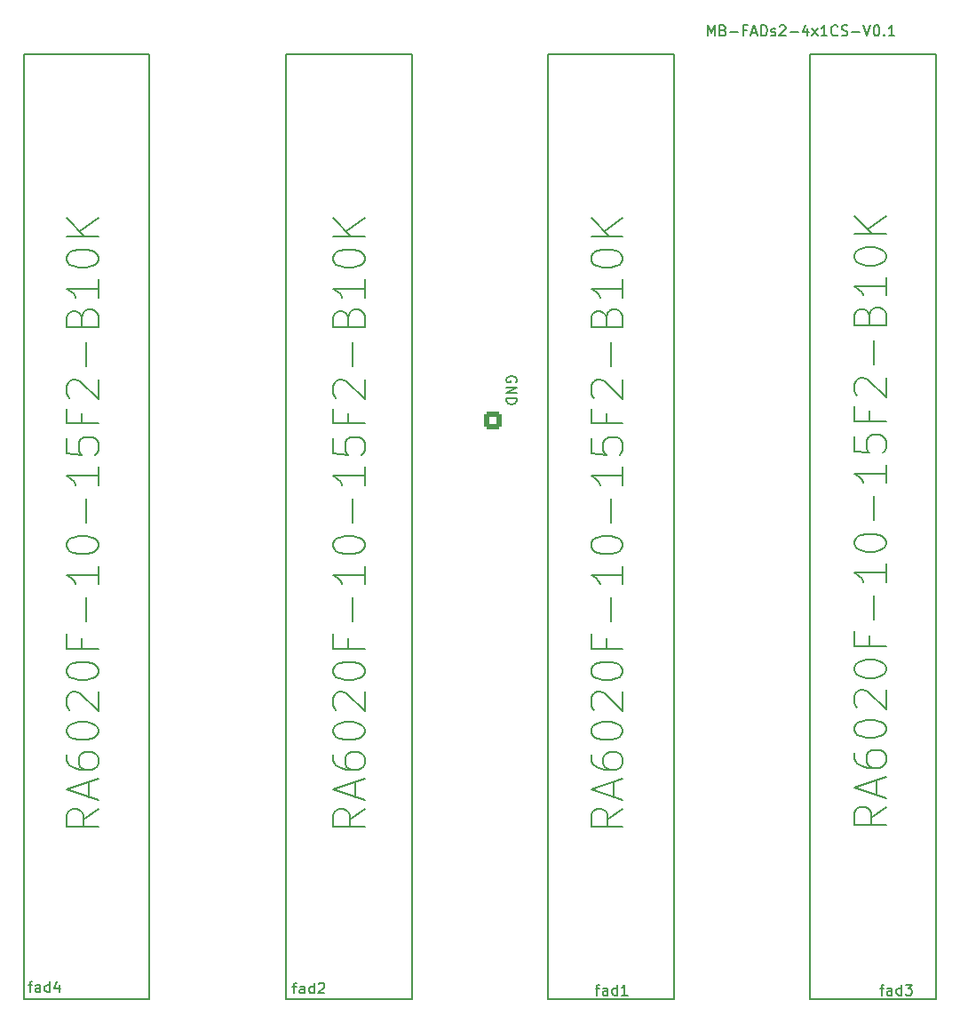
<source format=gto>
G04 #@! TF.GenerationSoftware,KiCad,Pcbnew,(7.0.0)*
G04 #@! TF.CreationDate,2023-05-18T23:50:50+02:00*
G04 #@! TF.ProjectId,Fad_2,4661645f-322e-46b6-9963-61645f706362,rev?*
G04 #@! TF.SameCoordinates,Original*
G04 #@! TF.FileFunction,Legend,Top*
G04 #@! TF.FilePolarity,Positive*
%FSLAX46Y46*%
G04 Gerber Fmt 4.6, Leading zero omitted, Abs format (unit mm)*
G04 Created by KiCad (PCBNEW (7.0.0)) date 2023-05-18 23:50:50*
%MOMM*%
%LPD*%
G01*
G04 APERTURE LIST*
G04 Aperture macros list*
%AMRoundRect*
0 Rectangle with rounded corners*
0 $1 Rounding radius*
0 $2 $3 $4 $5 $6 $7 $8 $9 X,Y pos of 4 corners*
0 Add a 4 corners polygon primitive as box body*
4,1,4,$2,$3,$4,$5,$6,$7,$8,$9,$2,$3,0*
0 Add four circle primitives for the rounded corners*
1,1,$1+$1,$2,$3*
1,1,$1+$1,$4,$5*
1,1,$1+$1,$6,$7*
1,1,$1+$1,$8,$9*
0 Add four rect primitives between the rounded corners*
20,1,$1+$1,$2,$3,$4,$5,0*
20,1,$1+$1,$4,$5,$6,$7,0*
20,1,$1+$1,$6,$7,$8,$9,0*
20,1,$1+$1,$8,$9,$2,$3,0*%
G04 Aperture macros list end*
%ADD10C,0.150000*%
%ADD11C,4.000000*%
%ADD12C,3.200000*%
%ADD13RoundRect,0.250000X0.600000X0.600000X-0.600000X0.600000X-0.600000X-0.600000X0.600000X-0.600000X0*%
%ADD14C,1.700000*%
G04 APERTURE END LIST*
D10*
X128470000Y-86261904D02*
X128517619Y-86166666D01*
X128517619Y-86166666D02*
X128517619Y-86023809D01*
X128517619Y-86023809D02*
X128470000Y-85880952D01*
X128470000Y-85880952D02*
X128374761Y-85785714D01*
X128374761Y-85785714D02*
X128279523Y-85738095D01*
X128279523Y-85738095D02*
X128089047Y-85690476D01*
X128089047Y-85690476D02*
X127946190Y-85690476D01*
X127946190Y-85690476D02*
X127755714Y-85738095D01*
X127755714Y-85738095D02*
X127660476Y-85785714D01*
X127660476Y-85785714D02*
X127565238Y-85880952D01*
X127565238Y-85880952D02*
X127517619Y-86023809D01*
X127517619Y-86023809D02*
X127517619Y-86119047D01*
X127517619Y-86119047D02*
X127565238Y-86261904D01*
X127565238Y-86261904D02*
X127612857Y-86309523D01*
X127612857Y-86309523D02*
X127946190Y-86309523D01*
X127946190Y-86309523D02*
X127946190Y-86119047D01*
X127517619Y-86738095D02*
X128517619Y-86738095D01*
X128517619Y-86738095D02*
X127517619Y-87309523D01*
X127517619Y-87309523D02*
X128517619Y-87309523D01*
X127517619Y-87785714D02*
X128517619Y-87785714D01*
X128517619Y-87785714D02*
X128517619Y-88023809D01*
X128517619Y-88023809D02*
X128470000Y-88166666D01*
X128470000Y-88166666D02*
X128374761Y-88261904D01*
X128374761Y-88261904D02*
X128279523Y-88309523D01*
X128279523Y-88309523D02*
X128089047Y-88357142D01*
X128089047Y-88357142D02*
X127946190Y-88357142D01*
X127946190Y-88357142D02*
X127755714Y-88309523D01*
X127755714Y-88309523D02*
X127660476Y-88261904D01*
X127660476Y-88261904D02*
X127565238Y-88166666D01*
X127565238Y-88166666D02*
X127517619Y-88023809D01*
X127517619Y-88023809D02*
X127517619Y-87785714D01*
X146719048Y-53267380D02*
X146719048Y-52267380D01*
X146719048Y-52267380D02*
X147052381Y-52981666D01*
X147052381Y-52981666D02*
X147385714Y-52267380D01*
X147385714Y-52267380D02*
X147385714Y-53267380D01*
X148195238Y-52743571D02*
X148338095Y-52791190D01*
X148338095Y-52791190D02*
X148385714Y-52838809D01*
X148385714Y-52838809D02*
X148433333Y-52934047D01*
X148433333Y-52934047D02*
X148433333Y-53076904D01*
X148433333Y-53076904D02*
X148385714Y-53172142D01*
X148385714Y-53172142D02*
X148338095Y-53219761D01*
X148338095Y-53219761D02*
X148242857Y-53267380D01*
X148242857Y-53267380D02*
X147861905Y-53267380D01*
X147861905Y-53267380D02*
X147861905Y-52267380D01*
X147861905Y-52267380D02*
X148195238Y-52267380D01*
X148195238Y-52267380D02*
X148290476Y-52315000D01*
X148290476Y-52315000D02*
X148338095Y-52362619D01*
X148338095Y-52362619D02*
X148385714Y-52457857D01*
X148385714Y-52457857D02*
X148385714Y-52553095D01*
X148385714Y-52553095D02*
X148338095Y-52648333D01*
X148338095Y-52648333D02*
X148290476Y-52695952D01*
X148290476Y-52695952D02*
X148195238Y-52743571D01*
X148195238Y-52743571D02*
X147861905Y-52743571D01*
X148861905Y-52886428D02*
X149623810Y-52886428D01*
X150433333Y-52743571D02*
X150100000Y-52743571D01*
X150100000Y-53267380D02*
X150100000Y-52267380D01*
X150100000Y-52267380D02*
X150576190Y-52267380D01*
X150909524Y-52981666D02*
X151385714Y-52981666D01*
X150814286Y-53267380D02*
X151147619Y-52267380D01*
X151147619Y-52267380D02*
X151480952Y-53267380D01*
X151814286Y-53267380D02*
X151814286Y-52267380D01*
X151814286Y-52267380D02*
X152052381Y-52267380D01*
X152052381Y-52267380D02*
X152195238Y-52315000D01*
X152195238Y-52315000D02*
X152290476Y-52410238D01*
X152290476Y-52410238D02*
X152338095Y-52505476D01*
X152338095Y-52505476D02*
X152385714Y-52695952D01*
X152385714Y-52695952D02*
X152385714Y-52838809D01*
X152385714Y-52838809D02*
X152338095Y-53029285D01*
X152338095Y-53029285D02*
X152290476Y-53124523D01*
X152290476Y-53124523D02*
X152195238Y-53219761D01*
X152195238Y-53219761D02*
X152052381Y-53267380D01*
X152052381Y-53267380D02*
X151814286Y-53267380D01*
X152766667Y-53219761D02*
X152861905Y-53267380D01*
X152861905Y-53267380D02*
X153052381Y-53267380D01*
X153052381Y-53267380D02*
X153147619Y-53219761D01*
X153147619Y-53219761D02*
X153195238Y-53124523D01*
X153195238Y-53124523D02*
X153195238Y-53076904D01*
X153195238Y-53076904D02*
X153147619Y-52981666D01*
X153147619Y-52981666D02*
X153052381Y-52934047D01*
X153052381Y-52934047D02*
X152909524Y-52934047D01*
X152909524Y-52934047D02*
X152814286Y-52886428D01*
X152814286Y-52886428D02*
X152766667Y-52791190D01*
X152766667Y-52791190D02*
X152766667Y-52743571D01*
X152766667Y-52743571D02*
X152814286Y-52648333D01*
X152814286Y-52648333D02*
X152909524Y-52600714D01*
X152909524Y-52600714D02*
X153052381Y-52600714D01*
X153052381Y-52600714D02*
X153147619Y-52648333D01*
X153576191Y-52362619D02*
X153623810Y-52315000D01*
X153623810Y-52315000D02*
X153719048Y-52267380D01*
X153719048Y-52267380D02*
X153957143Y-52267380D01*
X153957143Y-52267380D02*
X154052381Y-52315000D01*
X154052381Y-52315000D02*
X154100000Y-52362619D01*
X154100000Y-52362619D02*
X154147619Y-52457857D01*
X154147619Y-52457857D02*
X154147619Y-52553095D01*
X154147619Y-52553095D02*
X154100000Y-52695952D01*
X154100000Y-52695952D02*
X153528572Y-53267380D01*
X153528572Y-53267380D02*
X154147619Y-53267380D01*
X154576191Y-52886428D02*
X155338096Y-52886428D01*
X156242857Y-52600714D02*
X156242857Y-53267380D01*
X156004762Y-52219761D02*
X155766667Y-52934047D01*
X155766667Y-52934047D02*
X156385714Y-52934047D01*
X156671429Y-53267380D02*
X157195238Y-52600714D01*
X156671429Y-52600714D02*
X157195238Y-53267380D01*
X158100000Y-53267380D02*
X157528572Y-53267380D01*
X157814286Y-53267380D02*
X157814286Y-52267380D01*
X157814286Y-52267380D02*
X157719048Y-52410238D01*
X157719048Y-52410238D02*
X157623810Y-52505476D01*
X157623810Y-52505476D02*
X157528572Y-52553095D01*
X159100000Y-53172142D02*
X159052381Y-53219761D01*
X159052381Y-53219761D02*
X158909524Y-53267380D01*
X158909524Y-53267380D02*
X158814286Y-53267380D01*
X158814286Y-53267380D02*
X158671429Y-53219761D01*
X158671429Y-53219761D02*
X158576191Y-53124523D01*
X158576191Y-53124523D02*
X158528572Y-53029285D01*
X158528572Y-53029285D02*
X158480953Y-52838809D01*
X158480953Y-52838809D02*
X158480953Y-52695952D01*
X158480953Y-52695952D02*
X158528572Y-52505476D01*
X158528572Y-52505476D02*
X158576191Y-52410238D01*
X158576191Y-52410238D02*
X158671429Y-52315000D01*
X158671429Y-52315000D02*
X158814286Y-52267380D01*
X158814286Y-52267380D02*
X158909524Y-52267380D01*
X158909524Y-52267380D02*
X159052381Y-52315000D01*
X159052381Y-52315000D02*
X159100000Y-52362619D01*
X159480953Y-53219761D02*
X159623810Y-53267380D01*
X159623810Y-53267380D02*
X159861905Y-53267380D01*
X159861905Y-53267380D02*
X159957143Y-53219761D01*
X159957143Y-53219761D02*
X160004762Y-53172142D01*
X160004762Y-53172142D02*
X160052381Y-53076904D01*
X160052381Y-53076904D02*
X160052381Y-52981666D01*
X160052381Y-52981666D02*
X160004762Y-52886428D01*
X160004762Y-52886428D02*
X159957143Y-52838809D01*
X159957143Y-52838809D02*
X159861905Y-52791190D01*
X159861905Y-52791190D02*
X159671429Y-52743571D01*
X159671429Y-52743571D02*
X159576191Y-52695952D01*
X159576191Y-52695952D02*
X159528572Y-52648333D01*
X159528572Y-52648333D02*
X159480953Y-52553095D01*
X159480953Y-52553095D02*
X159480953Y-52457857D01*
X159480953Y-52457857D02*
X159528572Y-52362619D01*
X159528572Y-52362619D02*
X159576191Y-52315000D01*
X159576191Y-52315000D02*
X159671429Y-52267380D01*
X159671429Y-52267380D02*
X159909524Y-52267380D01*
X159909524Y-52267380D02*
X160052381Y-52315000D01*
X160480953Y-52886428D02*
X161242858Y-52886428D01*
X161576191Y-52267380D02*
X161909524Y-53267380D01*
X161909524Y-53267380D02*
X162242857Y-52267380D01*
X162766667Y-52267380D02*
X162861905Y-52267380D01*
X162861905Y-52267380D02*
X162957143Y-52315000D01*
X162957143Y-52315000D02*
X163004762Y-52362619D01*
X163004762Y-52362619D02*
X163052381Y-52457857D01*
X163052381Y-52457857D02*
X163100000Y-52648333D01*
X163100000Y-52648333D02*
X163100000Y-52886428D01*
X163100000Y-52886428D02*
X163052381Y-53076904D01*
X163052381Y-53076904D02*
X163004762Y-53172142D01*
X163004762Y-53172142D02*
X162957143Y-53219761D01*
X162957143Y-53219761D02*
X162861905Y-53267380D01*
X162861905Y-53267380D02*
X162766667Y-53267380D01*
X162766667Y-53267380D02*
X162671429Y-53219761D01*
X162671429Y-53219761D02*
X162623810Y-53172142D01*
X162623810Y-53172142D02*
X162576191Y-53076904D01*
X162576191Y-53076904D02*
X162528572Y-52886428D01*
X162528572Y-52886428D02*
X162528572Y-52648333D01*
X162528572Y-52648333D02*
X162576191Y-52457857D01*
X162576191Y-52457857D02*
X162623810Y-52362619D01*
X162623810Y-52362619D02*
X162671429Y-52315000D01*
X162671429Y-52315000D02*
X162766667Y-52267380D01*
X163528572Y-53172142D02*
X163576191Y-53219761D01*
X163576191Y-53219761D02*
X163528572Y-53267380D01*
X163528572Y-53267380D02*
X163480953Y-53219761D01*
X163480953Y-53219761D02*
X163528572Y-53172142D01*
X163528572Y-53172142D02*
X163528572Y-53267380D01*
X164528571Y-53267380D02*
X163957143Y-53267380D01*
X164242857Y-53267380D02*
X164242857Y-52267380D01*
X164242857Y-52267380D02*
X164147619Y-52410238D01*
X164147619Y-52410238D02*
X164052381Y-52505476D01*
X164052381Y-52505476D02*
X163957143Y-52553095D01*
X138602142Y-126914287D02*
X137173571Y-127914287D01*
X138602142Y-128628573D02*
X135602142Y-128628573D01*
X135602142Y-128628573D02*
X135602142Y-127485716D01*
X135602142Y-127485716D02*
X135745000Y-127200001D01*
X135745000Y-127200001D02*
X135887857Y-127057144D01*
X135887857Y-127057144D02*
X136173571Y-126914287D01*
X136173571Y-126914287D02*
X136602142Y-126914287D01*
X136602142Y-126914287D02*
X136887857Y-127057144D01*
X136887857Y-127057144D02*
X137030714Y-127200001D01*
X137030714Y-127200001D02*
X137173571Y-127485716D01*
X137173571Y-127485716D02*
X137173571Y-128628573D01*
X137745000Y-125771430D02*
X137745000Y-124342859D01*
X138602142Y-126057144D02*
X135602142Y-125057144D01*
X135602142Y-125057144D02*
X138602142Y-124057144D01*
X135602142Y-121771430D02*
X135602142Y-122342858D01*
X135602142Y-122342858D02*
X135745000Y-122628572D01*
X135745000Y-122628572D02*
X135887857Y-122771430D01*
X135887857Y-122771430D02*
X136316428Y-123057144D01*
X136316428Y-123057144D02*
X136887857Y-123200001D01*
X136887857Y-123200001D02*
X138030714Y-123200001D01*
X138030714Y-123200001D02*
X138316428Y-123057144D01*
X138316428Y-123057144D02*
X138459285Y-122914287D01*
X138459285Y-122914287D02*
X138602142Y-122628572D01*
X138602142Y-122628572D02*
X138602142Y-122057144D01*
X138602142Y-122057144D02*
X138459285Y-121771430D01*
X138459285Y-121771430D02*
X138316428Y-121628572D01*
X138316428Y-121628572D02*
X138030714Y-121485715D01*
X138030714Y-121485715D02*
X137316428Y-121485715D01*
X137316428Y-121485715D02*
X137030714Y-121628572D01*
X137030714Y-121628572D02*
X136887857Y-121771430D01*
X136887857Y-121771430D02*
X136745000Y-122057144D01*
X136745000Y-122057144D02*
X136745000Y-122628572D01*
X136745000Y-122628572D02*
X136887857Y-122914287D01*
X136887857Y-122914287D02*
X137030714Y-123057144D01*
X137030714Y-123057144D02*
X137316428Y-123200001D01*
X135602142Y-119628572D02*
X135602142Y-119342858D01*
X135602142Y-119342858D02*
X135745000Y-119057144D01*
X135745000Y-119057144D02*
X135887857Y-118914287D01*
X135887857Y-118914287D02*
X136173571Y-118771429D01*
X136173571Y-118771429D02*
X136745000Y-118628572D01*
X136745000Y-118628572D02*
X137459285Y-118628572D01*
X137459285Y-118628572D02*
X138030714Y-118771429D01*
X138030714Y-118771429D02*
X138316428Y-118914287D01*
X138316428Y-118914287D02*
X138459285Y-119057144D01*
X138459285Y-119057144D02*
X138602142Y-119342858D01*
X138602142Y-119342858D02*
X138602142Y-119628572D01*
X138602142Y-119628572D02*
X138459285Y-119914287D01*
X138459285Y-119914287D02*
X138316428Y-120057144D01*
X138316428Y-120057144D02*
X138030714Y-120200001D01*
X138030714Y-120200001D02*
X137459285Y-120342858D01*
X137459285Y-120342858D02*
X136745000Y-120342858D01*
X136745000Y-120342858D02*
X136173571Y-120200001D01*
X136173571Y-120200001D02*
X135887857Y-120057144D01*
X135887857Y-120057144D02*
X135745000Y-119914287D01*
X135745000Y-119914287D02*
X135602142Y-119628572D01*
X135887857Y-117485715D02*
X135745000Y-117342858D01*
X135745000Y-117342858D02*
X135602142Y-117057144D01*
X135602142Y-117057144D02*
X135602142Y-116342858D01*
X135602142Y-116342858D02*
X135745000Y-116057144D01*
X135745000Y-116057144D02*
X135887857Y-115914286D01*
X135887857Y-115914286D02*
X136173571Y-115771429D01*
X136173571Y-115771429D02*
X136459285Y-115771429D01*
X136459285Y-115771429D02*
X136887857Y-115914286D01*
X136887857Y-115914286D02*
X138602142Y-117628572D01*
X138602142Y-117628572D02*
X138602142Y-115771429D01*
X135602142Y-113914286D02*
X135602142Y-113628572D01*
X135602142Y-113628572D02*
X135745000Y-113342858D01*
X135745000Y-113342858D02*
X135887857Y-113200001D01*
X135887857Y-113200001D02*
X136173571Y-113057143D01*
X136173571Y-113057143D02*
X136745000Y-112914286D01*
X136745000Y-112914286D02*
X137459285Y-112914286D01*
X137459285Y-112914286D02*
X138030714Y-113057143D01*
X138030714Y-113057143D02*
X138316428Y-113200001D01*
X138316428Y-113200001D02*
X138459285Y-113342858D01*
X138459285Y-113342858D02*
X138602142Y-113628572D01*
X138602142Y-113628572D02*
X138602142Y-113914286D01*
X138602142Y-113914286D02*
X138459285Y-114200001D01*
X138459285Y-114200001D02*
X138316428Y-114342858D01*
X138316428Y-114342858D02*
X138030714Y-114485715D01*
X138030714Y-114485715D02*
X137459285Y-114628572D01*
X137459285Y-114628572D02*
X136745000Y-114628572D01*
X136745000Y-114628572D02*
X136173571Y-114485715D01*
X136173571Y-114485715D02*
X135887857Y-114342858D01*
X135887857Y-114342858D02*
X135745000Y-114200001D01*
X135745000Y-114200001D02*
X135602142Y-113914286D01*
X137030714Y-110628572D02*
X137030714Y-111628572D01*
X138602142Y-111628572D02*
X135602142Y-111628572D01*
X135602142Y-111628572D02*
X135602142Y-110200000D01*
X137459285Y-109057143D02*
X137459285Y-106771429D01*
X138602142Y-103771428D02*
X138602142Y-105485714D01*
X138602142Y-104628571D02*
X135602142Y-104628571D01*
X135602142Y-104628571D02*
X136030714Y-104914285D01*
X136030714Y-104914285D02*
X136316428Y-105200000D01*
X136316428Y-105200000D02*
X136459285Y-105485714D01*
X135602142Y-101914285D02*
X135602142Y-101628571D01*
X135602142Y-101628571D02*
X135745000Y-101342857D01*
X135745000Y-101342857D02*
X135887857Y-101200000D01*
X135887857Y-101200000D02*
X136173571Y-101057142D01*
X136173571Y-101057142D02*
X136745000Y-100914285D01*
X136745000Y-100914285D02*
X137459285Y-100914285D01*
X137459285Y-100914285D02*
X138030714Y-101057142D01*
X138030714Y-101057142D02*
X138316428Y-101200000D01*
X138316428Y-101200000D02*
X138459285Y-101342857D01*
X138459285Y-101342857D02*
X138602142Y-101628571D01*
X138602142Y-101628571D02*
X138602142Y-101914285D01*
X138602142Y-101914285D02*
X138459285Y-102200000D01*
X138459285Y-102200000D02*
X138316428Y-102342857D01*
X138316428Y-102342857D02*
X138030714Y-102485714D01*
X138030714Y-102485714D02*
X137459285Y-102628571D01*
X137459285Y-102628571D02*
X136745000Y-102628571D01*
X136745000Y-102628571D02*
X136173571Y-102485714D01*
X136173571Y-102485714D02*
X135887857Y-102342857D01*
X135887857Y-102342857D02*
X135745000Y-102200000D01*
X135745000Y-102200000D02*
X135602142Y-101914285D01*
X137459285Y-99628571D02*
X137459285Y-97342857D01*
X138602142Y-94342856D02*
X138602142Y-96057142D01*
X138602142Y-95199999D02*
X135602142Y-95199999D01*
X135602142Y-95199999D02*
X136030714Y-95485713D01*
X136030714Y-95485713D02*
X136316428Y-95771428D01*
X136316428Y-95771428D02*
X136459285Y-96057142D01*
X135602142Y-91628570D02*
X135602142Y-93057142D01*
X135602142Y-93057142D02*
X137030714Y-93199999D01*
X137030714Y-93199999D02*
X136887857Y-93057142D01*
X136887857Y-93057142D02*
X136745000Y-92771428D01*
X136745000Y-92771428D02*
X136745000Y-92057142D01*
X136745000Y-92057142D02*
X136887857Y-91771428D01*
X136887857Y-91771428D02*
X137030714Y-91628570D01*
X137030714Y-91628570D02*
X137316428Y-91485713D01*
X137316428Y-91485713D02*
X138030714Y-91485713D01*
X138030714Y-91485713D02*
X138316428Y-91628570D01*
X138316428Y-91628570D02*
X138459285Y-91771428D01*
X138459285Y-91771428D02*
X138602142Y-92057142D01*
X138602142Y-92057142D02*
X138602142Y-92771428D01*
X138602142Y-92771428D02*
X138459285Y-93057142D01*
X138459285Y-93057142D02*
X138316428Y-93199999D01*
X137030714Y-89199999D02*
X137030714Y-90199999D01*
X138602142Y-90199999D02*
X135602142Y-90199999D01*
X135602142Y-90199999D02*
X135602142Y-88771427D01*
X135887857Y-87771427D02*
X135745000Y-87628570D01*
X135745000Y-87628570D02*
X135602142Y-87342856D01*
X135602142Y-87342856D02*
X135602142Y-86628570D01*
X135602142Y-86628570D02*
X135745000Y-86342856D01*
X135745000Y-86342856D02*
X135887857Y-86199998D01*
X135887857Y-86199998D02*
X136173571Y-86057141D01*
X136173571Y-86057141D02*
X136459285Y-86057141D01*
X136459285Y-86057141D02*
X136887857Y-86199998D01*
X136887857Y-86199998D02*
X138602142Y-87914284D01*
X138602142Y-87914284D02*
X138602142Y-86057141D01*
X137459285Y-84771427D02*
X137459285Y-82485713D01*
X137030714Y-80057141D02*
X137173571Y-79628569D01*
X137173571Y-79628569D02*
X137316428Y-79485712D01*
X137316428Y-79485712D02*
X137602142Y-79342855D01*
X137602142Y-79342855D02*
X138030714Y-79342855D01*
X138030714Y-79342855D02*
X138316428Y-79485712D01*
X138316428Y-79485712D02*
X138459285Y-79628569D01*
X138459285Y-79628569D02*
X138602142Y-79914284D01*
X138602142Y-79914284D02*
X138602142Y-81057141D01*
X138602142Y-81057141D02*
X135602142Y-81057141D01*
X135602142Y-81057141D02*
X135602142Y-80057141D01*
X135602142Y-80057141D02*
X135745000Y-79771427D01*
X135745000Y-79771427D02*
X135887857Y-79628569D01*
X135887857Y-79628569D02*
X136173571Y-79485712D01*
X136173571Y-79485712D02*
X136459285Y-79485712D01*
X136459285Y-79485712D02*
X136745000Y-79628569D01*
X136745000Y-79628569D02*
X136887857Y-79771427D01*
X136887857Y-79771427D02*
X137030714Y-80057141D01*
X137030714Y-80057141D02*
X137030714Y-81057141D01*
X138602142Y-76485712D02*
X138602142Y-78199998D01*
X138602142Y-77342855D02*
X135602142Y-77342855D01*
X135602142Y-77342855D02*
X136030714Y-77628569D01*
X136030714Y-77628569D02*
X136316428Y-77914284D01*
X136316428Y-77914284D02*
X136459285Y-78199998D01*
X135602142Y-74628569D02*
X135602142Y-74342855D01*
X135602142Y-74342855D02*
X135745000Y-74057141D01*
X135745000Y-74057141D02*
X135887857Y-73914284D01*
X135887857Y-73914284D02*
X136173571Y-73771426D01*
X136173571Y-73771426D02*
X136745000Y-73628569D01*
X136745000Y-73628569D02*
X137459285Y-73628569D01*
X137459285Y-73628569D02*
X138030714Y-73771426D01*
X138030714Y-73771426D02*
X138316428Y-73914284D01*
X138316428Y-73914284D02*
X138459285Y-74057141D01*
X138459285Y-74057141D02*
X138602142Y-74342855D01*
X138602142Y-74342855D02*
X138602142Y-74628569D01*
X138602142Y-74628569D02*
X138459285Y-74914284D01*
X138459285Y-74914284D02*
X138316428Y-75057141D01*
X138316428Y-75057141D02*
X138030714Y-75199998D01*
X138030714Y-75199998D02*
X137459285Y-75342855D01*
X137459285Y-75342855D02*
X136745000Y-75342855D01*
X136745000Y-75342855D02*
X136173571Y-75199998D01*
X136173571Y-75199998D02*
X135887857Y-75057141D01*
X135887857Y-75057141D02*
X135745000Y-74914284D01*
X135745000Y-74914284D02*
X135602142Y-74628569D01*
X138602142Y-72342855D02*
X135602142Y-72342855D01*
X138602142Y-70628569D02*
X136887857Y-71914283D01*
X135602142Y-70628569D02*
X137316428Y-72342855D01*
X163702142Y-126714287D02*
X162273571Y-127714287D01*
X163702142Y-128428573D02*
X160702142Y-128428573D01*
X160702142Y-128428573D02*
X160702142Y-127285716D01*
X160702142Y-127285716D02*
X160845000Y-127000001D01*
X160845000Y-127000001D02*
X160987857Y-126857144D01*
X160987857Y-126857144D02*
X161273571Y-126714287D01*
X161273571Y-126714287D02*
X161702142Y-126714287D01*
X161702142Y-126714287D02*
X161987857Y-126857144D01*
X161987857Y-126857144D02*
X162130714Y-127000001D01*
X162130714Y-127000001D02*
X162273571Y-127285716D01*
X162273571Y-127285716D02*
X162273571Y-128428573D01*
X162845000Y-125571430D02*
X162845000Y-124142859D01*
X163702142Y-125857144D02*
X160702142Y-124857144D01*
X160702142Y-124857144D02*
X163702142Y-123857144D01*
X160702142Y-121571430D02*
X160702142Y-122142858D01*
X160702142Y-122142858D02*
X160845000Y-122428572D01*
X160845000Y-122428572D02*
X160987857Y-122571430D01*
X160987857Y-122571430D02*
X161416428Y-122857144D01*
X161416428Y-122857144D02*
X161987857Y-123000001D01*
X161987857Y-123000001D02*
X163130714Y-123000001D01*
X163130714Y-123000001D02*
X163416428Y-122857144D01*
X163416428Y-122857144D02*
X163559285Y-122714287D01*
X163559285Y-122714287D02*
X163702142Y-122428572D01*
X163702142Y-122428572D02*
X163702142Y-121857144D01*
X163702142Y-121857144D02*
X163559285Y-121571430D01*
X163559285Y-121571430D02*
X163416428Y-121428572D01*
X163416428Y-121428572D02*
X163130714Y-121285715D01*
X163130714Y-121285715D02*
X162416428Y-121285715D01*
X162416428Y-121285715D02*
X162130714Y-121428572D01*
X162130714Y-121428572D02*
X161987857Y-121571430D01*
X161987857Y-121571430D02*
X161845000Y-121857144D01*
X161845000Y-121857144D02*
X161845000Y-122428572D01*
X161845000Y-122428572D02*
X161987857Y-122714287D01*
X161987857Y-122714287D02*
X162130714Y-122857144D01*
X162130714Y-122857144D02*
X162416428Y-123000001D01*
X160702142Y-119428572D02*
X160702142Y-119142858D01*
X160702142Y-119142858D02*
X160845000Y-118857144D01*
X160845000Y-118857144D02*
X160987857Y-118714287D01*
X160987857Y-118714287D02*
X161273571Y-118571429D01*
X161273571Y-118571429D02*
X161845000Y-118428572D01*
X161845000Y-118428572D02*
X162559285Y-118428572D01*
X162559285Y-118428572D02*
X163130714Y-118571429D01*
X163130714Y-118571429D02*
X163416428Y-118714287D01*
X163416428Y-118714287D02*
X163559285Y-118857144D01*
X163559285Y-118857144D02*
X163702142Y-119142858D01*
X163702142Y-119142858D02*
X163702142Y-119428572D01*
X163702142Y-119428572D02*
X163559285Y-119714287D01*
X163559285Y-119714287D02*
X163416428Y-119857144D01*
X163416428Y-119857144D02*
X163130714Y-120000001D01*
X163130714Y-120000001D02*
X162559285Y-120142858D01*
X162559285Y-120142858D02*
X161845000Y-120142858D01*
X161845000Y-120142858D02*
X161273571Y-120000001D01*
X161273571Y-120000001D02*
X160987857Y-119857144D01*
X160987857Y-119857144D02*
X160845000Y-119714287D01*
X160845000Y-119714287D02*
X160702142Y-119428572D01*
X160987857Y-117285715D02*
X160845000Y-117142858D01*
X160845000Y-117142858D02*
X160702142Y-116857144D01*
X160702142Y-116857144D02*
X160702142Y-116142858D01*
X160702142Y-116142858D02*
X160845000Y-115857144D01*
X160845000Y-115857144D02*
X160987857Y-115714286D01*
X160987857Y-115714286D02*
X161273571Y-115571429D01*
X161273571Y-115571429D02*
X161559285Y-115571429D01*
X161559285Y-115571429D02*
X161987857Y-115714286D01*
X161987857Y-115714286D02*
X163702142Y-117428572D01*
X163702142Y-117428572D02*
X163702142Y-115571429D01*
X160702142Y-113714286D02*
X160702142Y-113428572D01*
X160702142Y-113428572D02*
X160845000Y-113142858D01*
X160845000Y-113142858D02*
X160987857Y-113000001D01*
X160987857Y-113000001D02*
X161273571Y-112857143D01*
X161273571Y-112857143D02*
X161845000Y-112714286D01*
X161845000Y-112714286D02*
X162559285Y-112714286D01*
X162559285Y-112714286D02*
X163130714Y-112857143D01*
X163130714Y-112857143D02*
X163416428Y-113000001D01*
X163416428Y-113000001D02*
X163559285Y-113142858D01*
X163559285Y-113142858D02*
X163702142Y-113428572D01*
X163702142Y-113428572D02*
X163702142Y-113714286D01*
X163702142Y-113714286D02*
X163559285Y-114000001D01*
X163559285Y-114000001D02*
X163416428Y-114142858D01*
X163416428Y-114142858D02*
X163130714Y-114285715D01*
X163130714Y-114285715D02*
X162559285Y-114428572D01*
X162559285Y-114428572D02*
X161845000Y-114428572D01*
X161845000Y-114428572D02*
X161273571Y-114285715D01*
X161273571Y-114285715D02*
X160987857Y-114142858D01*
X160987857Y-114142858D02*
X160845000Y-114000001D01*
X160845000Y-114000001D02*
X160702142Y-113714286D01*
X162130714Y-110428572D02*
X162130714Y-111428572D01*
X163702142Y-111428572D02*
X160702142Y-111428572D01*
X160702142Y-111428572D02*
X160702142Y-110000000D01*
X162559285Y-108857143D02*
X162559285Y-106571429D01*
X163702142Y-103571428D02*
X163702142Y-105285714D01*
X163702142Y-104428571D02*
X160702142Y-104428571D01*
X160702142Y-104428571D02*
X161130714Y-104714285D01*
X161130714Y-104714285D02*
X161416428Y-105000000D01*
X161416428Y-105000000D02*
X161559285Y-105285714D01*
X160702142Y-101714285D02*
X160702142Y-101428571D01*
X160702142Y-101428571D02*
X160845000Y-101142857D01*
X160845000Y-101142857D02*
X160987857Y-101000000D01*
X160987857Y-101000000D02*
X161273571Y-100857142D01*
X161273571Y-100857142D02*
X161845000Y-100714285D01*
X161845000Y-100714285D02*
X162559285Y-100714285D01*
X162559285Y-100714285D02*
X163130714Y-100857142D01*
X163130714Y-100857142D02*
X163416428Y-101000000D01*
X163416428Y-101000000D02*
X163559285Y-101142857D01*
X163559285Y-101142857D02*
X163702142Y-101428571D01*
X163702142Y-101428571D02*
X163702142Y-101714285D01*
X163702142Y-101714285D02*
X163559285Y-102000000D01*
X163559285Y-102000000D02*
X163416428Y-102142857D01*
X163416428Y-102142857D02*
X163130714Y-102285714D01*
X163130714Y-102285714D02*
X162559285Y-102428571D01*
X162559285Y-102428571D02*
X161845000Y-102428571D01*
X161845000Y-102428571D02*
X161273571Y-102285714D01*
X161273571Y-102285714D02*
X160987857Y-102142857D01*
X160987857Y-102142857D02*
X160845000Y-102000000D01*
X160845000Y-102000000D02*
X160702142Y-101714285D01*
X162559285Y-99428571D02*
X162559285Y-97142857D01*
X163702142Y-94142856D02*
X163702142Y-95857142D01*
X163702142Y-94999999D02*
X160702142Y-94999999D01*
X160702142Y-94999999D02*
X161130714Y-95285713D01*
X161130714Y-95285713D02*
X161416428Y-95571428D01*
X161416428Y-95571428D02*
X161559285Y-95857142D01*
X160702142Y-91428570D02*
X160702142Y-92857142D01*
X160702142Y-92857142D02*
X162130714Y-92999999D01*
X162130714Y-92999999D02*
X161987857Y-92857142D01*
X161987857Y-92857142D02*
X161845000Y-92571428D01*
X161845000Y-92571428D02*
X161845000Y-91857142D01*
X161845000Y-91857142D02*
X161987857Y-91571428D01*
X161987857Y-91571428D02*
X162130714Y-91428570D01*
X162130714Y-91428570D02*
X162416428Y-91285713D01*
X162416428Y-91285713D02*
X163130714Y-91285713D01*
X163130714Y-91285713D02*
X163416428Y-91428570D01*
X163416428Y-91428570D02*
X163559285Y-91571428D01*
X163559285Y-91571428D02*
X163702142Y-91857142D01*
X163702142Y-91857142D02*
X163702142Y-92571428D01*
X163702142Y-92571428D02*
X163559285Y-92857142D01*
X163559285Y-92857142D02*
X163416428Y-92999999D01*
X162130714Y-88999999D02*
X162130714Y-89999999D01*
X163702142Y-89999999D02*
X160702142Y-89999999D01*
X160702142Y-89999999D02*
X160702142Y-88571427D01*
X160987857Y-87571427D02*
X160845000Y-87428570D01*
X160845000Y-87428570D02*
X160702142Y-87142856D01*
X160702142Y-87142856D02*
X160702142Y-86428570D01*
X160702142Y-86428570D02*
X160845000Y-86142856D01*
X160845000Y-86142856D02*
X160987857Y-85999998D01*
X160987857Y-85999998D02*
X161273571Y-85857141D01*
X161273571Y-85857141D02*
X161559285Y-85857141D01*
X161559285Y-85857141D02*
X161987857Y-85999998D01*
X161987857Y-85999998D02*
X163702142Y-87714284D01*
X163702142Y-87714284D02*
X163702142Y-85857141D01*
X162559285Y-84571427D02*
X162559285Y-82285713D01*
X162130714Y-79857141D02*
X162273571Y-79428569D01*
X162273571Y-79428569D02*
X162416428Y-79285712D01*
X162416428Y-79285712D02*
X162702142Y-79142855D01*
X162702142Y-79142855D02*
X163130714Y-79142855D01*
X163130714Y-79142855D02*
X163416428Y-79285712D01*
X163416428Y-79285712D02*
X163559285Y-79428569D01*
X163559285Y-79428569D02*
X163702142Y-79714284D01*
X163702142Y-79714284D02*
X163702142Y-80857141D01*
X163702142Y-80857141D02*
X160702142Y-80857141D01*
X160702142Y-80857141D02*
X160702142Y-79857141D01*
X160702142Y-79857141D02*
X160845000Y-79571427D01*
X160845000Y-79571427D02*
X160987857Y-79428569D01*
X160987857Y-79428569D02*
X161273571Y-79285712D01*
X161273571Y-79285712D02*
X161559285Y-79285712D01*
X161559285Y-79285712D02*
X161845000Y-79428569D01*
X161845000Y-79428569D02*
X161987857Y-79571427D01*
X161987857Y-79571427D02*
X162130714Y-79857141D01*
X162130714Y-79857141D02*
X162130714Y-80857141D01*
X163702142Y-76285712D02*
X163702142Y-77999998D01*
X163702142Y-77142855D02*
X160702142Y-77142855D01*
X160702142Y-77142855D02*
X161130714Y-77428569D01*
X161130714Y-77428569D02*
X161416428Y-77714284D01*
X161416428Y-77714284D02*
X161559285Y-77999998D01*
X160702142Y-74428569D02*
X160702142Y-74142855D01*
X160702142Y-74142855D02*
X160845000Y-73857141D01*
X160845000Y-73857141D02*
X160987857Y-73714284D01*
X160987857Y-73714284D02*
X161273571Y-73571426D01*
X161273571Y-73571426D02*
X161845000Y-73428569D01*
X161845000Y-73428569D02*
X162559285Y-73428569D01*
X162559285Y-73428569D02*
X163130714Y-73571426D01*
X163130714Y-73571426D02*
X163416428Y-73714284D01*
X163416428Y-73714284D02*
X163559285Y-73857141D01*
X163559285Y-73857141D02*
X163702142Y-74142855D01*
X163702142Y-74142855D02*
X163702142Y-74428569D01*
X163702142Y-74428569D02*
X163559285Y-74714284D01*
X163559285Y-74714284D02*
X163416428Y-74857141D01*
X163416428Y-74857141D02*
X163130714Y-74999998D01*
X163130714Y-74999998D02*
X162559285Y-75142855D01*
X162559285Y-75142855D02*
X161845000Y-75142855D01*
X161845000Y-75142855D02*
X161273571Y-74999998D01*
X161273571Y-74999998D02*
X160987857Y-74857141D01*
X160987857Y-74857141D02*
X160845000Y-74714284D01*
X160845000Y-74714284D02*
X160702142Y-74428569D01*
X163702142Y-72142855D02*
X160702142Y-72142855D01*
X163702142Y-70428569D02*
X161987857Y-71714283D01*
X160702142Y-70428569D02*
X162416428Y-72142855D01*
X88602142Y-126914287D02*
X87173571Y-127914287D01*
X88602142Y-128628573D02*
X85602142Y-128628573D01*
X85602142Y-128628573D02*
X85602142Y-127485716D01*
X85602142Y-127485716D02*
X85745000Y-127200001D01*
X85745000Y-127200001D02*
X85887857Y-127057144D01*
X85887857Y-127057144D02*
X86173571Y-126914287D01*
X86173571Y-126914287D02*
X86602142Y-126914287D01*
X86602142Y-126914287D02*
X86887857Y-127057144D01*
X86887857Y-127057144D02*
X87030714Y-127200001D01*
X87030714Y-127200001D02*
X87173571Y-127485716D01*
X87173571Y-127485716D02*
X87173571Y-128628573D01*
X87745000Y-125771430D02*
X87745000Y-124342859D01*
X88602142Y-126057144D02*
X85602142Y-125057144D01*
X85602142Y-125057144D02*
X88602142Y-124057144D01*
X85602142Y-121771430D02*
X85602142Y-122342858D01*
X85602142Y-122342858D02*
X85745000Y-122628572D01*
X85745000Y-122628572D02*
X85887857Y-122771430D01*
X85887857Y-122771430D02*
X86316428Y-123057144D01*
X86316428Y-123057144D02*
X86887857Y-123200001D01*
X86887857Y-123200001D02*
X88030714Y-123200001D01*
X88030714Y-123200001D02*
X88316428Y-123057144D01*
X88316428Y-123057144D02*
X88459285Y-122914287D01*
X88459285Y-122914287D02*
X88602142Y-122628572D01*
X88602142Y-122628572D02*
X88602142Y-122057144D01*
X88602142Y-122057144D02*
X88459285Y-121771430D01*
X88459285Y-121771430D02*
X88316428Y-121628572D01*
X88316428Y-121628572D02*
X88030714Y-121485715D01*
X88030714Y-121485715D02*
X87316428Y-121485715D01*
X87316428Y-121485715D02*
X87030714Y-121628572D01*
X87030714Y-121628572D02*
X86887857Y-121771430D01*
X86887857Y-121771430D02*
X86745000Y-122057144D01*
X86745000Y-122057144D02*
X86745000Y-122628572D01*
X86745000Y-122628572D02*
X86887857Y-122914287D01*
X86887857Y-122914287D02*
X87030714Y-123057144D01*
X87030714Y-123057144D02*
X87316428Y-123200001D01*
X85602142Y-119628572D02*
X85602142Y-119342858D01*
X85602142Y-119342858D02*
X85745000Y-119057144D01*
X85745000Y-119057144D02*
X85887857Y-118914287D01*
X85887857Y-118914287D02*
X86173571Y-118771429D01*
X86173571Y-118771429D02*
X86745000Y-118628572D01*
X86745000Y-118628572D02*
X87459285Y-118628572D01*
X87459285Y-118628572D02*
X88030714Y-118771429D01*
X88030714Y-118771429D02*
X88316428Y-118914287D01*
X88316428Y-118914287D02*
X88459285Y-119057144D01*
X88459285Y-119057144D02*
X88602142Y-119342858D01*
X88602142Y-119342858D02*
X88602142Y-119628572D01*
X88602142Y-119628572D02*
X88459285Y-119914287D01*
X88459285Y-119914287D02*
X88316428Y-120057144D01*
X88316428Y-120057144D02*
X88030714Y-120200001D01*
X88030714Y-120200001D02*
X87459285Y-120342858D01*
X87459285Y-120342858D02*
X86745000Y-120342858D01*
X86745000Y-120342858D02*
X86173571Y-120200001D01*
X86173571Y-120200001D02*
X85887857Y-120057144D01*
X85887857Y-120057144D02*
X85745000Y-119914287D01*
X85745000Y-119914287D02*
X85602142Y-119628572D01*
X85887857Y-117485715D02*
X85745000Y-117342858D01*
X85745000Y-117342858D02*
X85602142Y-117057144D01*
X85602142Y-117057144D02*
X85602142Y-116342858D01*
X85602142Y-116342858D02*
X85745000Y-116057144D01*
X85745000Y-116057144D02*
X85887857Y-115914286D01*
X85887857Y-115914286D02*
X86173571Y-115771429D01*
X86173571Y-115771429D02*
X86459285Y-115771429D01*
X86459285Y-115771429D02*
X86887857Y-115914286D01*
X86887857Y-115914286D02*
X88602142Y-117628572D01*
X88602142Y-117628572D02*
X88602142Y-115771429D01*
X85602142Y-113914286D02*
X85602142Y-113628572D01*
X85602142Y-113628572D02*
X85745000Y-113342858D01*
X85745000Y-113342858D02*
X85887857Y-113200001D01*
X85887857Y-113200001D02*
X86173571Y-113057143D01*
X86173571Y-113057143D02*
X86745000Y-112914286D01*
X86745000Y-112914286D02*
X87459285Y-112914286D01*
X87459285Y-112914286D02*
X88030714Y-113057143D01*
X88030714Y-113057143D02*
X88316428Y-113200001D01*
X88316428Y-113200001D02*
X88459285Y-113342858D01*
X88459285Y-113342858D02*
X88602142Y-113628572D01*
X88602142Y-113628572D02*
X88602142Y-113914286D01*
X88602142Y-113914286D02*
X88459285Y-114200001D01*
X88459285Y-114200001D02*
X88316428Y-114342858D01*
X88316428Y-114342858D02*
X88030714Y-114485715D01*
X88030714Y-114485715D02*
X87459285Y-114628572D01*
X87459285Y-114628572D02*
X86745000Y-114628572D01*
X86745000Y-114628572D02*
X86173571Y-114485715D01*
X86173571Y-114485715D02*
X85887857Y-114342858D01*
X85887857Y-114342858D02*
X85745000Y-114200001D01*
X85745000Y-114200001D02*
X85602142Y-113914286D01*
X87030714Y-110628572D02*
X87030714Y-111628572D01*
X88602142Y-111628572D02*
X85602142Y-111628572D01*
X85602142Y-111628572D02*
X85602142Y-110200000D01*
X87459285Y-109057143D02*
X87459285Y-106771429D01*
X88602142Y-103771428D02*
X88602142Y-105485714D01*
X88602142Y-104628571D02*
X85602142Y-104628571D01*
X85602142Y-104628571D02*
X86030714Y-104914285D01*
X86030714Y-104914285D02*
X86316428Y-105200000D01*
X86316428Y-105200000D02*
X86459285Y-105485714D01*
X85602142Y-101914285D02*
X85602142Y-101628571D01*
X85602142Y-101628571D02*
X85745000Y-101342857D01*
X85745000Y-101342857D02*
X85887857Y-101200000D01*
X85887857Y-101200000D02*
X86173571Y-101057142D01*
X86173571Y-101057142D02*
X86745000Y-100914285D01*
X86745000Y-100914285D02*
X87459285Y-100914285D01*
X87459285Y-100914285D02*
X88030714Y-101057142D01*
X88030714Y-101057142D02*
X88316428Y-101200000D01*
X88316428Y-101200000D02*
X88459285Y-101342857D01*
X88459285Y-101342857D02*
X88602142Y-101628571D01*
X88602142Y-101628571D02*
X88602142Y-101914285D01*
X88602142Y-101914285D02*
X88459285Y-102200000D01*
X88459285Y-102200000D02*
X88316428Y-102342857D01*
X88316428Y-102342857D02*
X88030714Y-102485714D01*
X88030714Y-102485714D02*
X87459285Y-102628571D01*
X87459285Y-102628571D02*
X86745000Y-102628571D01*
X86745000Y-102628571D02*
X86173571Y-102485714D01*
X86173571Y-102485714D02*
X85887857Y-102342857D01*
X85887857Y-102342857D02*
X85745000Y-102200000D01*
X85745000Y-102200000D02*
X85602142Y-101914285D01*
X87459285Y-99628571D02*
X87459285Y-97342857D01*
X88602142Y-94342856D02*
X88602142Y-96057142D01*
X88602142Y-95199999D02*
X85602142Y-95199999D01*
X85602142Y-95199999D02*
X86030714Y-95485713D01*
X86030714Y-95485713D02*
X86316428Y-95771428D01*
X86316428Y-95771428D02*
X86459285Y-96057142D01*
X85602142Y-91628570D02*
X85602142Y-93057142D01*
X85602142Y-93057142D02*
X87030714Y-93199999D01*
X87030714Y-93199999D02*
X86887857Y-93057142D01*
X86887857Y-93057142D02*
X86745000Y-92771428D01*
X86745000Y-92771428D02*
X86745000Y-92057142D01*
X86745000Y-92057142D02*
X86887857Y-91771428D01*
X86887857Y-91771428D02*
X87030714Y-91628570D01*
X87030714Y-91628570D02*
X87316428Y-91485713D01*
X87316428Y-91485713D02*
X88030714Y-91485713D01*
X88030714Y-91485713D02*
X88316428Y-91628570D01*
X88316428Y-91628570D02*
X88459285Y-91771428D01*
X88459285Y-91771428D02*
X88602142Y-92057142D01*
X88602142Y-92057142D02*
X88602142Y-92771428D01*
X88602142Y-92771428D02*
X88459285Y-93057142D01*
X88459285Y-93057142D02*
X88316428Y-93199999D01*
X87030714Y-89199999D02*
X87030714Y-90199999D01*
X88602142Y-90199999D02*
X85602142Y-90199999D01*
X85602142Y-90199999D02*
X85602142Y-88771427D01*
X85887857Y-87771427D02*
X85745000Y-87628570D01*
X85745000Y-87628570D02*
X85602142Y-87342856D01*
X85602142Y-87342856D02*
X85602142Y-86628570D01*
X85602142Y-86628570D02*
X85745000Y-86342856D01*
X85745000Y-86342856D02*
X85887857Y-86199998D01*
X85887857Y-86199998D02*
X86173571Y-86057141D01*
X86173571Y-86057141D02*
X86459285Y-86057141D01*
X86459285Y-86057141D02*
X86887857Y-86199998D01*
X86887857Y-86199998D02*
X88602142Y-87914284D01*
X88602142Y-87914284D02*
X88602142Y-86057141D01*
X87459285Y-84771427D02*
X87459285Y-82485713D01*
X87030714Y-80057141D02*
X87173571Y-79628569D01*
X87173571Y-79628569D02*
X87316428Y-79485712D01*
X87316428Y-79485712D02*
X87602142Y-79342855D01*
X87602142Y-79342855D02*
X88030714Y-79342855D01*
X88030714Y-79342855D02*
X88316428Y-79485712D01*
X88316428Y-79485712D02*
X88459285Y-79628569D01*
X88459285Y-79628569D02*
X88602142Y-79914284D01*
X88602142Y-79914284D02*
X88602142Y-81057141D01*
X88602142Y-81057141D02*
X85602142Y-81057141D01*
X85602142Y-81057141D02*
X85602142Y-80057141D01*
X85602142Y-80057141D02*
X85745000Y-79771427D01*
X85745000Y-79771427D02*
X85887857Y-79628569D01*
X85887857Y-79628569D02*
X86173571Y-79485712D01*
X86173571Y-79485712D02*
X86459285Y-79485712D01*
X86459285Y-79485712D02*
X86745000Y-79628569D01*
X86745000Y-79628569D02*
X86887857Y-79771427D01*
X86887857Y-79771427D02*
X87030714Y-80057141D01*
X87030714Y-80057141D02*
X87030714Y-81057141D01*
X88602142Y-76485712D02*
X88602142Y-78199998D01*
X88602142Y-77342855D02*
X85602142Y-77342855D01*
X85602142Y-77342855D02*
X86030714Y-77628569D01*
X86030714Y-77628569D02*
X86316428Y-77914284D01*
X86316428Y-77914284D02*
X86459285Y-78199998D01*
X85602142Y-74628569D02*
X85602142Y-74342855D01*
X85602142Y-74342855D02*
X85745000Y-74057141D01*
X85745000Y-74057141D02*
X85887857Y-73914284D01*
X85887857Y-73914284D02*
X86173571Y-73771426D01*
X86173571Y-73771426D02*
X86745000Y-73628569D01*
X86745000Y-73628569D02*
X87459285Y-73628569D01*
X87459285Y-73628569D02*
X88030714Y-73771426D01*
X88030714Y-73771426D02*
X88316428Y-73914284D01*
X88316428Y-73914284D02*
X88459285Y-74057141D01*
X88459285Y-74057141D02*
X88602142Y-74342855D01*
X88602142Y-74342855D02*
X88602142Y-74628569D01*
X88602142Y-74628569D02*
X88459285Y-74914284D01*
X88459285Y-74914284D02*
X88316428Y-75057141D01*
X88316428Y-75057141D02*
X88030714Y-75199998D01*
X88030714Y-75199998D02*
X87459285Y-75342855D01*
X87459285Y-75342855D02*
X86745000Y-75342855D01*
X86745000Y-75342855D02*
X86173571Y-75199998D01*
X86173571Y-75199998D02*
X85887857Y-75057141D01*
X85887857Y-75057141D02*
X85745000Y-74914284D01*
X85745000Y-74914284D02*
X85602142Y-74628569D01*
X88602142Y-72342855D02*
X85602142Y-72342855D01*
X88602142Y-70628569D02*
X86887857Y-71914283D01*
X85602142Y-70628569D02*
X87316428Y-72342855D01*
X114002142Y-126914287D02*
X112573571Y-127914287D01*
X114002142Y-128628573D02*
X111002142Y-128628573D01*
X111002142Y-128628573D02*
X111002142Y-127485716D01*
X111002142Y-127485716D02*
X111145000Y-127200001D01*
X111145000Y-127200001D02*
X111287857Y-127057144D01*
X111287857Y-127057144D02*
X111573571Y-126914287D01*
X111573571Y-126914287D02*
X112002142Y-126914287D01*
X112002142Y-126914287D02*
X112287857Y-127057144D01*
X112287857Y-127057144D02*
X112430714Y-127200001D01*
X112430714Y-127200001D02*
X112573571Y-127485716D01*
X112573571Y-127485716D02*
X112573571Y-128628573D01*
X113145000Y-125771430D02*
X113145000Y-124342859D01*
X114002142Y-126057144D02*
X111002142Y-125057144D01*
X111002142Y-125057144D02*
X114002142Y-124057144D01*
X111002142Y-121771430D02*
X111002142Y-122342858D01*
X111002142Y-122342858D02*
X111145000Y-122628572D01*
X111145000Y-122628572D02*
X111287857Y-122771430D01*
X111287857Y-122771430D02*
X111716428Y-123057144D01*
X111716428Y-123057144D02*
X112287857Y-123200001D01*
X112287857Y-123200001D02*
X113430714Y-123200001D01*
X113430714Y-123200001D02*
X113716428Y-123057144D01*
X113716428Y-123057144D02*
X113859285Y-122914287D01*
X113859285Y-122914287D02*
X114002142Y-122628572D01*
X114002142Y-122628572D02*
X114002142Y-122057144D01*
X114002142Y-122057144D02*
X113859285Y-121771430D01*
X113859285Y-121771430D02*
X113716428Y-121628572D01*
X113716428Y-121628572D02*
X113430714Y-121485715D01*
X113430714Y-121485715D02*
X112716428Y-121485715D01*
X112716428Y-121485715D02*
X112430714Y-121628572D01*
X112430714Y-121628572D02*
X112287857Y-121771430D01*
X112287857Y-121771430D02*
X112145000Y-122057144D01*
X112145000Y-122057144D02*
X112145000Y-122628572D01*
X112145000Y-122628572D02*
X112287857Y-122914287D01*
X112287857Y-122914287D02*
X112430714Y-123057144D01*
X112430714Y-123057144D02*
X112716428Y-123200001D01*
X111002142Y-119628572D02*
X111002142Y-119342858D01*
X111002142Y-119342858D02*
X111145000Y-119057144D01*
X111145000Y-119057144D02*
X111287857Y-118914287D01*
X111287857Y-118914287D02*
X111573571Y-118771429D01*
X111573571Y-118771429D02*
X112145000Y-118628572D01*
X112145000Y-118628572D02*
X112859285Y-118628572D01*
X112859285Y-118628572D02*
X113430714Y-118771429D01*
X113430714Y-118771429D02*
X113716428Y-118914287D01*
X113716428Y-118914287D02*
X113859285Y-119057144D01*
X113859285Y-119057144D02*
X114002142Y-119342858D01*
X114002142Y-119342858D02*
X114002142Y-119628572D01*
X114002142Y-119628572D02*
X113859285Y-119914287D01*
X113859285Y-119914287D02*
X113716428Y-120057144D01*
X113716428Y-120057144D02*
X113430714Y-120200001D01*
X113430714Y-120200001D02*
X112859285Y-120342858D01*
X112859285Y-120342858D02*
X112145000Y-120342858D01*
X112145000Y-120342858D02*
X111573571Y-120200001D01*
X111573571Y-120200001D02*
X111287857Y-120057144D01*
X111287857Y-120057144D02*
X111145000Y-119914287D01*
X111145000Y-119914287D02*
X111002142Y-119628572D01*
X111287857Y-117485715D02*
X111145000Y-117342858D01*
X111145000Y-117342858D02*
X111002142Y-117057144D01*
X111002142Y-117057144D02*
X111002142Y-116342858D01*
X111002142Y-116342858D02*
X111145000Y-116057144D01*
X111145000Y-116057144D02*
X111287857Y-115914286D01*
X111287857Y-115914286D02*
X111573571Y-115771429D01*
X111573571Y-115771429D02*
X111859285Y-115771429D01*
X111859285Y-115771429D02*
X112287857Y-115914286D01*
X112287857Y-115914286D02*
X114002142Y-117628572D01*
X114002142Y-117628572D02*
X114002142Y-115771429D01*
X111002142Y-113914286D02*
X111002142Y-113628572D01*
X111002142Y-113628572D02*
X111145000Y-113342858D01*
X111145000Y-113342858D02*
X111287857Y-113200001D01*
X111287857Y-113200001D02*
X111573571Y-113057143D01*
X111573571Y-113057143D02*
X112145000Y-112914286D01*
X112145000Y-112914286D02*
X112859285Y-112914286D01*
X112859285Y-112914286D02*
X113430714Y-113057143D01*
X113430714Y-113057143D02*
X113716428Y-113200001D01*
X113716428Y-113200001D02*
X113859285Y-113342858D01*
X113859285Y-113342858D02*
X114002142Y-113628572D01*
X114002142Y-113628572D02*
X114002142Y-113914286D01*
X114002142Y-113914286D02*
X113859285Y-114200001D01*
X113859285Y-114200001D02*
X113716428Y-114342858D01*
X113716428Y-114342858D02*
X113430714Y-114485715D01*
X113430714Y-114485715D02*
X112859285Y-114628572D01*
X112859285Y-114628572D02*
X112145000Y-114628572D01*
X112145000Y-114628572D02*
X111573571Y-114485715D01*
X111573571Y-114485715D02*
X111287857Y-114342858D01*
X111287857Y-114342858D02*
X111145000Y-114200001D01*
X111145000Y-114200001D02*
X111002142Y-113914286D01*
X112430714Y-110628572D02*
X112430714Y-111628572D01*
X114002142Y-111628572D02*
X111002142Y-111628572D01*
X111002142Y-111628572D02*
X111002142Y-110200000D01*
X112859285Y-109057143D02*
X112859285Y-106771429D01*
X114002142Y-103771428D02*
X114002142Y-105485714D01*
X114002142Y-104628571D02*
X111002142Y-104628571D01*
X111002142Y-104628571D02*
X111430714Y-104914285D01*
X111430714Y-104914285D02*
X111716428Y-105200000D01*
X111716428Y-105200000D02*
X111859285Y-105485714D01*
X111002142Y-101914285D02*
X111002142Y-101628571D01*
X111002142Y-101628571D02*
X111145000Y-101342857D01*
X111145000Y-101342857D02*
X111287857Y-101200000D01*
X111287857Y-101200000D02*
X111573571Y-101057142D01*
X111573571Y-101057142D02*
X112145000Y-100914285D01*
X112145000Y-100914285D02*
X112859285Y-100914285D01*
X112859285Y-100914285D02*
X113430714Y-101057142D01*
X113430714Y-101057142D02*
X113716428Y-101200000D01*
X113716428Y-101200000D02*
X113859285Y-101342857D01*
X113859285Y-101342857D02*
X114002142Y-101628571D01*
X114002142Y-101628571D02*
X114002142Y-101914285D01*
X114002142Y-101914285D02*
X113859285Y-102200000D01*
X113859285Y-102200000D02*
X113716428Y-102342857D01*
X113716428Y-102342857D02*
X113430714Y-102485714D01*
X113430714Y-102485714D02*
X112859285Y-102628571D01*
X112859285Y-102628571D02*
X112145000Y-102628571D01*
X112145000Y-102628571D02*
X111573571Y-102485714D01*
X111573571Y-102485714D02*
X111287857Y-102342857D01*
X111287857Y-102342857D02*
X111145000Y-102200000D01*
X111145000Y-102200000D02*
X111002142Y-101914285D01*
X112859285Y-99628571D02*
X112859285Y-97342857D01*
X114002142Y-94342856D02*
X114002142Y-96057142D01*
X114002142Y-95199999D02*
X111002142Y-95199999D01*
X111002142Y-95199999D02*
X111430714Y-95485713D01*
X111430714Y-95485713D02*
X111716428Y-95771428D01*
X111716428Y-95771428D02*
X111859285Y-96057142D01*
X111002142Y-91628570D02*
X111002142Y-93057142D01*
X111002142Y-93057142D02*
X112430714Y-93199999D01*
X112430714Y-93199999D02*
X112287857Y-93057142D01*
X112287857Y-93057142D02*
X112145000Y-92771428D01*
X112145000Y-92771428D02*
X112145000Y-92057142D01*
X112145000Y-92057142D02*
X112287857Y-91771428D01*
X112287857Y-91771428D02*
X112430714Y-91628570D01*
X112430714Y-91628570D02*
X112716428Y-91485713D01*
X112716428Y-91485713D02*
X113430714Y-91485713D01*
X113430714Y-91485713D02*
X113716428Y-91628570D01*
X113716428Y-91628570D02*
X113859285Y-91771428D01*
X113859285Y-91771428D02*
X114002142Y-92057142D01*
X114002142Y-92057142D02*
X114002142Y-92771428D01*
X114002142Y-92771428D02*
X113859285Y-93057142D01*
X113859285Y-93057142D02*
X113716428Y-93199999D01*
X112430714Y-89199999D02*
X112430714Y-90199999D01*
X114002142Y-90199999D02*
X111002142Y-90199999D01*
X111002142Y-90199999D02*
X111002142Y-88771427D01*
X111287857Y-87771427D02*
X111145000Y-87628570D01*
X111145000Y-87628570D02*
X111002142Y-87342856D01*
X111002142Y-87342856D02*
X111002142Y-86628570D01*
X111002142Y-86628570D02*
X111145000Y-86342856D01*
X111145000Y-86342856D02*
X111287857Y-86199998D01*
X111287857Y-86199998D02*
X111573571Y-86057141D01*
X111573571Y-86057141D02*
X111859285Y-86057141D01*
X111859285Y-86057141D02*
X112287857Y-86199998D01*
X112287857Y-86199998D02*
X114002142Y-87914284D01*
X114002142Y-87914284D02*
X114002142Y-86057141D01*
X112859285Y-84771427D02*
X112859285Y-82485713D01*
X112430714Y-80057141D02*
X112573571Y-79628569D01*
X112573571Y-79628569D02*
X112716428Y-79485712D01*
X112716428Y-79485712D02*
X113002142Y-79342855D01*
X113002142Y-79342855D02*
X113430714Y-79342855D01*
X113430714Y-79342855D02*
X113716428Y-79485712D01*
X113716428Y-79485712D02*
X113859285Y-79628569D01*
X113859285Y-79628569D02*
X114002142Y-79914284D01*
X114002142Y-79914284D02*
X114002142Y-81057141D01*
X114002142Y-81057141D02*
X111002142Y-81057141D01*
X111002142Y-81057141D02*
X111002142Y-80057141D01*
X111002142Y-80057141D02*
X111145000Y-79771427D01*
X111145000Y-79771427D02*
X111287857Y-79628569D01*
X111287857Y-79628569D02*
X111573571Y-79485712D01*
X111573571Y-79485712D02*
X111859285Y-79485712D01*
X111859285Y-79485712D02*
X112145000Y-79628569D01*
X112145000Y-79628569D02*
X112287857Y-79771427D01*
X112287857Y-79771427D02*
X112430714Y-80057141D01*
X112430714Y-80057141D02*
X112430714Y-81057141D01*
X114002142Y-76485712D02*
X114002142Y-78199998D01*
X114002142Y-77342855D02*
X111002142Y-77342855D01*
X111002142Y-77342855D02*
X111430714Y-77628569D01*
X111430714Y-77628569D02*
X111716428Y-77914284D01*
X111716428Y-77914284D02*
X111859285Y-78199998D01*
X111002142Y-74628569D02*
X111002142Y-74342855D01*
X111002142Y-74342855D02*
X111145000Y-74057141D01*
X111145000Y-74057141D02*
X111287857Y-73914284D01*
X111287857Y-73914284D02*
X111573571Y-73771426D01*
X111573571Y-73771426D02*
X112145000Y-73628569D01*
X112145000Y-73628569D02*
X112859285Y-73628569D01*
X112859285Y-73628569D02*
X113430714Y-73771426D01*
X113430714Y-73771426D02*
X113716428Y-73914284D01*
X113716428Y-73914284D02*
X113859285Y-74057141D01*
X113859285Y-74057141D02*
X114002142Y-74342855D01*
X114002142Y-74342855D02*
X114002142Y-74628569D01*
X114002142Y-74628569D02*
X113859285Y-74914284D01*
X113859285Y-74914284D02*
X113716428Y-75057141D01*
X113716428Y-75057141D02*
X113430714Y-75199998D01*
X113430714Y-75199998D02*
X112859285Y-75342855D01*
X112859285Y-75342855D02*
X112145000Y-75342855D01*
X112145000Y-75342855D02*
X111573571Y-75199998D01*
X111573571Y-75199998D02*
X111287857Y-75057141D01*
X111287857Y-75057141D02*
X111145000Y-74914284D01*
X111145000Y-74914284D02*
X111002142Y-74628569D01*
X114002142Y-72342855D02*
X111002142Y-72342855D01*
X114002142Y-70628569D02*
X112287857Y-71914283D01*
X111002142Y-70628569D02*
X112716428Y-72342855D01*
X163141071Y-143988214D02*
X163522023Y-143988214D01*
X163283928Y-144654880D02*
X163283928Y-143797738D01*
X163283928Y-143797738D02*
X163331547Y-143702500D01*
X163331547Y-143702500D02*
X163426785Y-143654880D01*
X163426785Y-143654880D02*
X163522023Y-143654880D01*
X164283928Y-144654880D02*
X164283928Y-144131071D01*
X164283928Y-144131071D02*
X164236309Y-144035833D01*
X164236309Y-144035833D02*
X164141071Y-143988214D01*
X164141071Y-143988214D02*
X163950595Y-143988214D01*
X163950595Y-143988214D02*
X163855357Y-144035833D01*
X164283928Y-144607261D02*
X164188690Y-144654880D01*
X164188690Y-144654880D02*
X163950595Y-144654880D01*
X163950595Y-144654880D02*
X163855357Y-144607261D01*
X163855357Y-144607261D02*
X163807738Y-144512023D01*
X163807738Y-144512023D02*
X163807738Y-144416785D01*
X163807738Y-144416785D02*
X163855357Y-144321547D01*
X163855357Y-144321547D02*
X163950595Y-144273928D01*
X163950595Y-144273928D02*
X164188690Y-144273928D01*
X164188690Y-144273928D02*
X164283928Y-144226309D01*
X165188690Y-144654880D02*
X165188690Y-143654880D01*
X165188690Y-144607261D02*
X165093452Y-144654880D01*
X165093452Y-144654880D02*
X164902976Y-144654880D01*
X164902976Y-144654880D02*
X164807738Y-144607261D01*
X164807738Y-144607261D02*
X164760119Y-144559642D01*
X164760119Y-144559642D02*
X164712500Y-144464404D01*
X164712500Y-144464404D02*
X164712500Y-144178690D01*
X164712500Y-144178690D02*
X164760119Y-144083452D01*
X164760119Y-144083452D02*
X164807738Y-144035833D01*
X164807738Y-144035833D02*
X164902976Y-143988214D01*
X164902976Y-143988214D02*
X165093452Y-143988214D01*
X165093452Y-143988214D02*
X165188690Y-144035833D01*
X165569643Y-143654880D02*
X166188690Y-143654880D01*
X166188690Y-143654880D02*
X165855357Y-144035833D01*
X165855357Y-144035833D02*
X165998214Y-144035833D01*
X165998214Y-144035833D02*
X166093452Y-144083452D01*
X166093452Y-144083452D02*
X166141071Y-144131071D01*
X166141071Y-144131071D02*
X166188690Y-144226309D01*
X166188690Y-144226309D02*
X166188690Y-144464404D01*
X166188690Y-144464404D02*
X166141071Y-144559642D01*
X166141071Y-144559642D02*
X166093452Y-144607261D01*
X166093452Y-144607261D02*
X165998214Y-144654880D01*
X165998214Y-144654880D02*
X165712500Y-144654880D01*
X165712500Y-144654880D02*
X165617262Y-144607261D01*
X165617262Y-144607261D02*
X165569643Y-144559642D01*
X81941071Y-143688214D02*
X82322023Y-143688214D01*
X82083928Y-144354880D02*
X82083928Y-143497738D01*
X82083928Y-143497738D02*
X82131547Y-143402500D01*
X82131547Y-143402500D02*
X82226785Y-143354880D01*
X82226785Y-143354880D02*
X82322023Y-143354880D01*
X83083928Y-144354880D02*
X83083928Y-143831071D01*
X83083928Y-143831071D02*
X83036309Y-143735833D01*
X83036309Y-143735833D02*
X82941071Y-143688214D01*
X82941071Y-143688214D02*
X82750595Y-143688214D01*
X82750595Y-143688214D02*
X82655357Y-143735833D01*
X83083928Y-144307261D02*
X82988690Y-144354880D01*
X82988690Y-144354880D02*
X82750595Y-144354880D01*
X82750595Y-144354880D02*
X82655357Y-144307261D01*
X82655357Y-144307261D02*
X82607738Y-144212023D01*
X82607738Y-144212023D02*
X82607738Y-144116785D01*
X82607738Y-144116785D02*
X82655357Y-144021547D01*
X82655357Y-144021547D02*
X82750595Y-143973928D01*
X82750595Y-143973928D02*
X82988690Y-143973928D01*
X82988690Y-143973928D02*
X83083928Y-143926309D01*
X83988690Y-144354880D02*
X83988690Y-143354880D01*
X83988690Y-144307261D02*
X83893452Y-144354880D01*
X83893452Y-144354880D02*
X83702976Y-144354880D01*
X83702976Y-144354880D02*
X83607738Y-144307261D01*
X83607738Y-144307261D02*
X83560119Y-144259642D01*
X83560119Y-144259642D02*
X83512500Y-144164404D01*
X83512500Y-144164404D02*
X83512500Y-143878690D01*
X83512500Y-143878690D02*
X83560119Y-143783452D01*
X83560119Y-143783452D02*
X83607738Y-143735833D01*
X83607738Y-143735833D02*
X83702976Y-143688214D01*
X83702976Y-143688214D02*
X83893452Y-143688214D01*
X83893452Y-143688214D02*
X83988690Y-143735833D01*
X84893452Y-143688214D02*
X84893452Y-144354880D01*
X84655357Y-143307261D02*
X84417262Y-144021547D01*
X84417262Y-144021547D02*
X85036309Y-144021547D01*
X136041071Y-143988214D02*
X136422023Y-143988214D01*
X136183928Y-144654880D02*
X136183928Y-143797738D01*
X136183928Y-143797738D02*
X136231547Y-143702500D01*
X136231547Y-143702500D02*
X136326785Y-143654880D01*
X136326785Y-143654880D02*
X136422023Y-143654880D01*
X137183928Y-144654880D02*
X137183928Y-144131071D01*
X137183928Y-144131071D02*
X137136309Y-144035833D01*
X137136309Y-144035833D02*
X137041071Y-143988214D01*
X137041071Y-143988214D02*
X136850595Y-143988214D01*
X136850595Y-143988214D02*
X136755357Y-144035833D01*
X137183928Y-144607261D02*
X137088690Y-144654880D01*
X137088690Y-144654880D02*
X136850595Y-144654880D01*
X136850595Y-144654880D02*
X136755357Y-144607261D01*
X136755357Y-144607261D02*
X136707738Y-144512023D01*
X136707738Y-144512023D02*
X136707738Y-144416785D01*
X136707738Y-144416785D02*
X136755357Y-144321547D01*
X136755357Y-144321547D02*
X136850595Y-144273928D01*
X136850595Y-144273928D02*
X137088690Y-144273928D01*
X137088690Y-144273928D02*
X137183928Y-144226309D01*
X138088690Y-144654880D02*
X138088690Y-143654880D01*
X138088690Y-144607261D02*
X137993452Y-144654880D01*
X137993452Y-144654880D02*
X137802976Y-144654880D01*
X137802976Y-144654880D02*
X137707738Y-144607261D01*
X137707738Y-144607261D02*
X137660119Y-144559642D01*
X137660119Y-144559642D02*
X137612500Y-144464404D01*
X137612500Y-144464404D02*
X137612500Y-144178690D01*
X137612500Y-144178690D02*
X137660119Y-144083452D01*
X137660119Y-144083452D02*
X137707738Y-144035833D01*
X137707738Y-144035833D02*
X137802976Y-143988214D01*
X137802976Y-143988214D02*
X137993452Y-143988214D01*
X137993452Y-143988214D02*
X138088690Y-144035833D01*
X139088690Y-144654880D02*
X138517262Y-144654880D01*
X138802976Y-144654880D02*
X138802976Y-143654880D01*
X138802976Y-143654880D02*
X138707738Y-143797738D01*
X138707738Y-143797738D02*
X138612500Y-143892976D01*
X138612500Y-143892976D02*
X138517262Y-143940595D01*
X107141071Y-143800714D02*
X107522023Y-143800714D01*
X107283928Y-144467380D02*
X107283928Y-143610238D01*
X107283928Y-143610238D02*
X107331547Y-143515000D01*
X107331547Y-143515000D02*
X107426785Y-143467380D01*
X107426785Y-143467380D02*
X107522023Y-143467380D01*
X108283928Y-144467380D02*
X108283928Y-143943571D01*
X108283928Y-143943571D02*
X108236309Y-143848333D01*
X108236309Y-143848333D02*
X108141071Y-143800714D01*
X108141071Y-143800714D02*
X107950595Y-143800714D01*
X107950595Y-143800714D02*
X107855357Y-143848333D01*
X108283928Y-144419761D02*
X108188690Y-144467380D01*
X108188690Y-144467380D02*
X107950595Y-144467380D01*
X107950595Y-144467380D02*
X107855357Y-144419761D01*
X107855357Y-144419761D02*
X107807738Y-144324523D01*
X107807738Y-144324523D02*
X107807738Y-144229285D01*
X107807738Y-144229285D02*
X107855357Y-144134047D01*
X107855357Y-144134047D02*
X107950595Y-144086428D01*
X107950595Y-144086428D02*
X108188690Y-144086428D01*
X108188690Y-144086428D02*
X108283928Y-144038809D01*
X109188690Y-144467380D02*
X109188690Y-143467380D01*
X109188690Y-144419761D02*
X109093452Y-144467380D01*
X109093452Y-144467380D02*
X108902976Y-144467380D01*
X108902976Y-144467380D02*
X108807738Y-144419761D01*
X108807738Y-144419761D02*
X108760119Y-144372142D01*
X108760119Y-144372142D02*
X108712500Y-144276904D01*
X108712500Y-144276904D02*
X108712500Y-143991190D01*
X108712500Y-143991190D02*
X108760119Y-143895952D01*
X108760119Y-143895952D02*
X108807738Y-143848333D01*
X108807738Y-143848333D02*
X108902976Y-143800714D01*
X108902976Y-143800714D02*
X109093452Y-143800714D01*
X109093452Y-143800714D02*
X109188690Y-143848333D01*
X109617262Y-143562619D02*
X109664881Y-143515000D01*
X109664881Y-143515000D02*
X109760119Y-143467380D01*
X109760119Y-143467380D02*
X109998214Y-143467380D01*
X109998214Y-143467380D02*
X110093452Y-143515000D01*
X110093452Y-143515000D02*
X110141071Y-143562619D01*
X110141071Y-143562619D02*
X110188690Y-143657857D01*
X110188690Y-143657857D02*
X110188690Y-143753095D01*
X110188690Y-143753095D02*
X110141071Y-143895952D01*
X110141071Y-143895952D02*
X109569643Y-144467380D01*
X109569643Y-144467380D02*
X110188690Y-144467380D01*
X156500000Y-145000000D02*
X156500000Y-55000000D01*
X168500000Y-55000000D02*
X156500000Y-55000000D01*
X168500000Y-56000000D02*
X168500000Y-55000000D01*
X168500000Y-145000000D02*
X156500000Y-145000000D01*
X168500000Y-145000000D02*
X168500000Y-56000000D01*
X81500000Y-145000000D02*
X81500000Y-55000000D01*
X93500000Y-55000000D02*
X81500000Y-55000000D01*
X93500000Y-56000000D02*
X93500000Y-55000000D01*
X93500000Y-145000000D02*
X81500000Y-145000000D01*
X93500000Y-145000000D02*
X93500000Y-56000000D01*
X131500000Y-145000000D02*
X131500000Y-55000000D01*
X143500000Y-55000000D02*
X131500000Y-55000000D01*
X143500000Y-56000000D02*
X143500000Y-55000000D01*
X143500000Y-145000000D02*
X131500000Y-145000000D01*
X143500000Y-145000000D02*
X143500000Y-56000000D01*
X106500000Y-145000000D02*
X106500000Y-55000000D01*
X118500000Y-55000000D02*
X106500000Y-55000000D01*
X118500000Y-56000000D02*
X118500000Y-55000000D01*
X118500000Y-145000000D02*
X106500000Y-145000000D01*
X118500000Y-145000000D02*
X118500000Y-56000000D01*
D11*
X165000000Y-135000000D03*
X160000000Y-60000000D03*
X160000000Y-140000000D03*
X165000000Y-65000000D03*
X90000000Y-135000000D03*
X85000000Y-60000000D03*
X85000000Y-140000000D03*
X90000000Y-65000000D03*
X140000000Y-135000000D03*
X135000000Y-60000000D03*
X135000000Y-140000000D03*
X140000000Y-65000000D03*
X115000000Y-135000000D03*
X110000000Y-60000000D03*
X110000000Y-140000000D03*
X115000000Y-65000000D03*
%LPC*%
X165000000Y-135000000D03*
X160000000Y-60000000D03*
X160000000Y-140000000D03*
X165000000Y-65000000D03*
X90000000Y-135000000D03*
X85000000Y-60000000D03*
X85000000Y-140000000D03*
X90000000Y-65000000D03*
X140000000Y-135000000D03*
X135000000Y-60000000D03*
X135000000Y-140000000D03*
X140000000Y-65000000D03*
D12*
X100000000Y-75000000D03*
X79000000Y-146000000D03*
X150000000Y-125000000D03*
X100000000Y-125000000D03*
X171000000Y-54000000D03*
X79000000Y-54000000D03*
X150000000Y-75000000D03*
X171000000Y-146000000D03*
D11*
X115000000Y-135000000D03*
X110000000Y-60000000D03*
X110000000Y-140000000D03*
X115000000Y-65000000D03*
D13*
X126252500Y-89920000D03*
D14*
X123712500Y-89920000D03*
X126252500Y-92460000D03*
X123712500Y-92460000D03*
X126252500Y-95000000D03*
X123712500Y-95000000D03*
X126252500Y-97540000D03*
X123712500Y-97540000D03*
X126252500Y-100080000D03*
X123712500Y-100080000D03*
M02*

</source>
